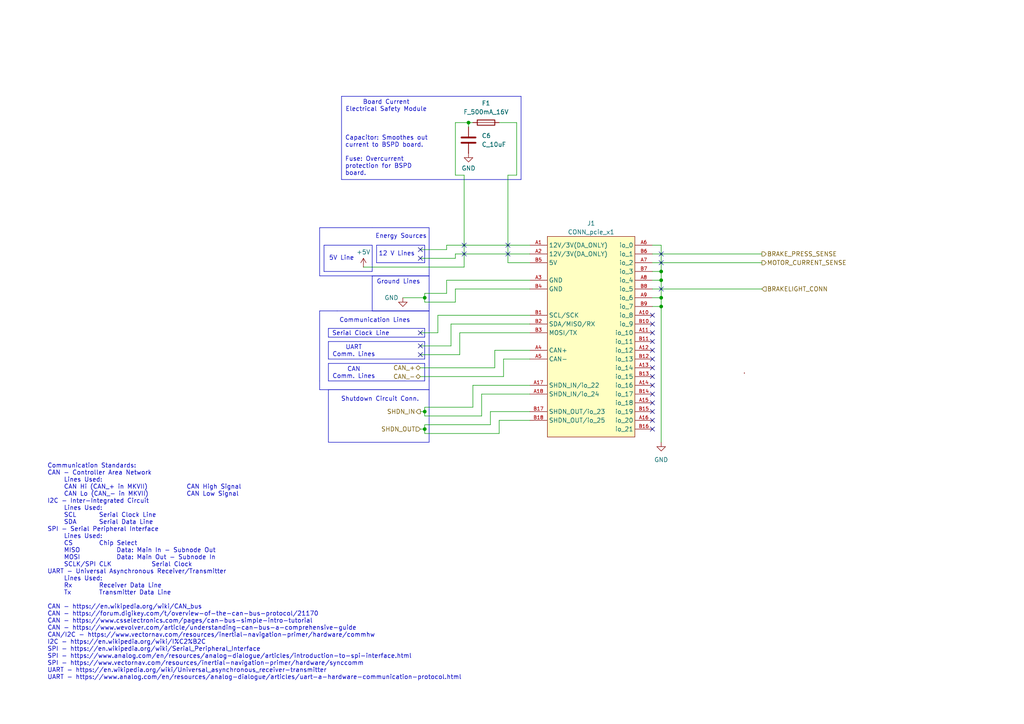
<source format=kicad_sch>
(kicad_sch (version 20231120) (generator "eeschema") (generator_version "8.0")
  (paper "A4")
  (title_block (title "PCIe x1 Connector") (date "2024-10-23") (rev "1") (company "Olin Electric Motorsports") (comment 1 "By Henry Tejada Deras"))
  (lib_symbols
    (symbol "OEM:CONN_pcie_x1"
      (property "Reference" "J" (at 0 30.48 0))
      (property "Value" "CONN_pcie_x1" (at 0 27.94 0))
      (symbol "CONN_pcie_x1_0_1"
        (circle (center 44.45 -12.954) (radius 0.0001))
      )
      (symbol "CONN_pcie_x1_1_1"
        (rectangle (start -12.7 26.67) (end 12.7 -31.496) (fill (type background)))
        (pin bidirectional line (at -17.78 24.13 0) (length 5) (name "12V/3V(DA_ONLY)") (number "A1"))
        (pin bidirectional line (at 17.78 3.81 180) (length 5) (name "io_8") (number "A10"))
        (pin bidirectional line (at 17.78 -1.27 180) (length 5) (name "io_10") (number "A11"))
        (pin bidirectional line (at 17.78 -6.35 180) (length 5) (name "io_12") (number "A12"))
        (pin bidirectional line (at 17.78 -11.43 180) (length 5) (name "io_14") (number "A13"))
        (pin bidirectional line (at 17.78 -16.51 180) (length 5) (name "io_16") (number "A14"))
        (pin bidirectional line (at 17.78 -21.59 180) (length 5) (name "io_18") (number "A15"))
        (pin bidirectional line (at 17.78 -26.67 180) (length 5) (name "io_20") (number "A16"))
        (pin bidirectional line (at -17.78 -16.51 0) (length 5) (name "SHDN_IN/io_22") (number "A17"))
        (pin bidirectional line (at -17.78 -19.05 0) (length 5) (name "SHDN_IN/io_24") (number "A18"))
        (pin bidirectional line (at -17.78 21.59 0) (length 5) (name "12V/3V(DA_ONLY)") (number "A2"))
        (pin bidirectional line (at -17.78 13.97 0) (length 5) (name "GND") (number "A3"))
        (pin bidirectional line (at -17.78 -6.35 0) (length 5) (name "CAN+") (number "A4"))
        (pin bidirectional line (at -17.78 -8.89 0) (length 5) (name "CAN-") (number "A5"))
        (pin bidirectional line (at 17.78 24.13 180) (length 5) (name "io_0") (number "A6"))
        (pin bidirectional line (at 17.78 19.05 180) (length 5) (name "io_2") (number "A7"))
        (pin bidirectional line (at 17.78 13.97 180) (length 5) (name "io_4") (number "A8"))
        (pin bidirectional line (at 17.78 8.89 180) (length 5) (name "io_6") (number "A9"))
        (pin bidirectional line (at -17.78 3.81 0) (length 5) (name "SCL/SCK") (number "B1"))
        (pin bidirectional line (at 17.78 1.27 180) (length 5) (name "io_9") (number "B10"))
        (pin bidirectional line (at 17.78 -3.81 180) (length 5) (name "io_11") (number "B11"))
        (pin bidirectional line (at 17.78 -8.89 180) (length 5) (name "io_13") (number "B12"))
        (pin bidirectional line (at 17.78 -13.97 180) (length 5) (name "io_15") (number "B13"))
        (pin bidirectional line (at 17.78 -19.05 180) (length 5) (name "io_17") (number "B14"))
        (pin bidirectional line (at 17.78 -24.13 180) (length 5) (name "io_19") (number "B15"))
        (pin bidirectional line (at 17.78 -29.21 180) (length 5) (name "io_21") (number "B16"))
        (pin bidirectional line (at -17.78 -24.13 0) (length 5) (name "SHDN_OUT/io_23") (number "B17"))
        (pin bidirectional line (at -17.78 -26.67 0) (length 5) (name "SHDN_OUT/io_25") (number "B18"))
        (pin bidirectional line (at -17.78 1.27 0) (length 5) (name "SDA/MISO/RX") (number "B2"))
        (pin bidirectional line (at -17.78 -1.27 0) (length 5) (name "MOSI/TX") (number "B3"))
        (pin bidirectional line (at -17.78 11.43 0) (length 5) (name "GND") (number "B4"))
        (pin bidirectional line (at -17.78 19.05 0) (length 5) (name "5V") (number "B5"))
        (pin bidirectional line (at 17.78 21.59 180) (length 5) (name "io_1") (number "B6"))
        (pin bidirectional line (at 17.78 16.51 180) (length 5) (name "io_3") (number "B7"))
        (pin bidirectional line (at 17.78 11.43 180) (length 5) (name "io_5") (number "B8"))
        (pin bidirectional line (at 17.78 6.35 180) (length 5) (name "io_7") (number "B9"))
      )
    )
    (symbol "OEM:C_10uF" (pin_numbers hide) (pin_names (offset 0.254))
      (property "Reference" "C" (at 0.635 2.54 0))
      (property "Value" "C_10uF" (at 0.635 -2.54 0))
      (symbol "C_10uF_0_1"
        (polyline (pts (xy -2.032 -0.762) (xy 2.032 -0.762)) (stroke (width 0.508)))
        (polyline (pts (xy -2.032 0.762) (xy 2.032 0.762)) (stroke (width 0.508)))
      )
      (symbol "C_10uF_1_1"
        (pin passive line (at 0 3.81 270) (length 2.794) (name "~") (number "1"))
        (pin passive line (at 0 -3.81 90) (length 2.794) (name "~") (number "2"))
      )
    )
    (symbol "OEM:F_500mA_16V" (pin_numbers hide) (pin_names (offset 0))
      (property "Reference" "F" (at 2.032 0 90))
      (property "Value" "F_500mA_16V" (at -1.905 0 90))
      (symbol "F_500mA_16V_0_1"
        (rectangle (start -0.762 -2.54) (end 0.762 2.54) (stroke (width 0.254)))
        (polyline (pts (xy 0 2.54) (xy 0 -2.54)))
      )
      (symbol "F_500mA_16V_1_1"
        (pin passive line (at 0 3.81 270) (length 1.27) (name "~") (number "1"))
        (pin passive line (at 0 -3.81 90) (length 1.27) (name "~") (number "2"))
      )
    )
    (symbol "power:+5V" (power) (pin_numbers hide) (pin_names (offset 0) hide)
      (property "Value" "+5V" (at 0 3.556 0))
      (symbol "+5V_0_1"
        (polyline (pts (xy -0.762 1.27) (xy 0 2.54)))
        (polyline (pts (xy 0 0) (xy 0 2.54)))
        (polyline (pts (xy 0 2.54) (xy 0.762 1.27)))
      )
      (symbol "+5V_1_1"
        (pin power_in line (at 0 0 90) (length 0) (name "~") (number "1"))
      )
    )
    (symbol "power:GND" (power) (pin_numbers hide) (pin_names (offset 0) hide)
      (property "Value" "GND" (at 0 -3.81 0))
      (symbol "GND_0_1"
        (polyline (pts (xy 0 0) (xy 0 -1.27) (xy 1.27 -1.27) (xy 0 -2.54) (xy -1.27 -1.27) (xy 0 -1.27)))
      )
      (symbol "GND_1_1"
        (pin power_in line (at 0 0 270) (length 0) (name "~") (number "1"))
      )
    )
  )
  (junction (at 191.77 88.9))
  (junction (at 123.19 124.46))
  (junction (at 191.77 78.74))
  (junction (at 135.89 35.56))
  (junction (at 191.77 81.28))
  (junction (at 191.77 86.36))
  (junction (at 123.19 86.36))
  (junction (at 123.19 119.38))
  (no_connect (at 189.23 111.76))
  (no_connect (at 189.23 124.46))
  (no_connect (at 121.92 72.39))
  (no_connect (at 189.23 121.92))
  (no_connect (at 189.23 119.38))
  (no_connect (at 134.62 71.12))
  (no_connect (at 189.23 93.98))
  (no_connect (at 121.92 102.87))
  (no_connect (at 191.77 73.66))
  (no_connect (at 189.23 116.84))
  (no_connect (at 189.23 106.68))
  (no_connect (at 189.23 99.06))
  (no_connect (at 189.23 101.6))
  (no_connect (at 147.32 73.66))
  (no_connect (at 134.62 73.66))
  (no_connect (at 121.92 74.93))
  (no_connect (at 121.92 100.33))
  (no_connect (at 189.23 109.22))
  (no_connect (at 189.23 104.14))
  (no_connect (at 191.77 83.82))
  (no_connect (at 191.77 76.2))
  (no_connect (at 189.23 91.44))
  (no_connect (at 147.32 71.12))
  (no_connect (at 121.92 96.52))
  (no_connect (at 189.23 96.52))
  (no_connect (at 189.23 114.3))
  (wire (pts (xy 129.54 81.28) (xy 129.54 85.09)))
  (polyline (pts (xy 124.46 90.17) (xy 97.79 90.17)))
  (wire (pts (xy 149.86 35.56) (xy 149.86 50.8)))
  (polyline (pts (xy 124.46 66.04) (xy 107.95 66.04)))
  (wire (pts (xy 191.77 86.36) (xy 191.77 88.9)))
  (wire (pts (xy 153.67 93.98) (xy 130.81 93.98)))
  (polyline (pts (xy 109.22 76.2) (xy 123.19 76.2)))
  (wire (pts (xy 123.19 123.19) (xy 123.19 124.46)))
  (wire (pts (xy 137.16 111.76) (xy 153.67 111.76)))
  (wire (pts (xy 116.84 86.36) (xy 123.19 86.36)))
  (polyline (pts (xy 95.25 104.14) (xy 123.19 104.14)))
  (wire (pts (xy 123.19 86.36) (xy 123.19 87.63)))
  (polyline (pts (xy 123.19 95.25) (xy 95.25 95.25)))
  (wire (pts (xy 139.7 114.3) (xy 153.67 114.3)))
  (wire (pts (xy 189.23 73.66) (xy 220.98 73.66)))
  (wire (pts (xy 121.92 102.87) (xy 133.35 102.87)))
  (wire (pts (xy 129.54 71.12) (xy 129.54 72.39)))
  (wire (pts (xy 139.7 120.65) (xy 139.7 114.3)))
  (wire (pts (xy 132.08 74.93) (xy 132.08 73.66)))
  (wire (pts (xy 189.23 88.9) (xy 191.77 88.9)))
  (polyline (pts (xy 123.19 99.06) (xy 95.25 99.06)))
  (wire (pts (xy 147.32 50.8) (xy 147.32 76.2)))
  (polyline (pts (xy 123.19 104.14) (xy 123.19 99.06)))
  (polyline (pts (xy 151.13 52.07) (xy 151.13 27.94)))
  (wire (pts (xy 123.19 119.38) (xy 121.92 119.38)))
  (polyline (pts (xy 124.46 80.01) (xy 107.95 80.01)))
  (wire (pts (xy 143.51 106.68) (xy 143.51 101.6)))
  (polyline (pts (xy 92.71 66.04) (xy 107.95 66.04)))
  (polyline (pts (xy 95.25 113.03) (xy 95.25 128.27)))
  (wire (pts (xy 189.23 83.82) (xy 220.98 83.82)))
  (wire (pts (xy 132.08 50.8) (xy 134.62 50.8)))
  (wire (pts (xy 121.92 100.33) (xy 130.81 100.33)))
  (polyline (pts (xy 123.19 97.79) (xy 123.19 95.25)))
  (wire (pts (xy 189.23 78.74) (xy 191.77 78.74)))
  (wire (pts (xy 121.92 72.39) (xy 129.54 72.39)))
  (wire (pts (xy 144.78 121.92) (xy 153.67 121.92)))
  (polyline (pts (xy 107.95 71.12) (xy 107.95 78.74)))
  (polyline (pts (xy 124.46 80.01) (xy 107.95 80.01)))
  (wire (pts (xy 130.81 93.98) (xy 130.81 100.33)))
  (polyline (pts (xy 95.25 99.06) (xy 95.25 104.14)))
  (wire (pts (xy 123.19 125.73) (xy 123.19 124.46)))
  (wire (pts (xy 123.19 118.11) (xy 123.19 119.38)))
  (polyline (pts (xy 123.19 76.2) (xy 123.19 71.12)))
  (polyline (pts (xy 107.95 71.12) (xy 93.98 71.12)))
  (wire (pts (xy 153.67 76.2) (xy 147.32 76.2)))
  (wire (pts (xy 132.08 35.56) (xy 135.89 35.56)))
  (wire (pts (xy 133.35 102.87) (xy 133.35 96.52)))
  (wire (pts (xy 191.77 88.9) (xy 191.77 128.27)))
  (wire (pts (xy 144.78 125.73) (xy 144.78 121.92)))
  (wire (pts (xy 123.19 120.65) (xy 139.7 120.65)))
  (wire (pts (xy 123.19 125.73) (xy 144.78 125.73)))
  (wire (pts (xy 121.92 74.93) (xy 132.08 74.93)))
  (wire (pts (xy 189.23 86.36) (xy 191.77 86.36)))
  (polyline (pts (xy 124.46 113.03) (xy 95.25 113.03)))
  (wire (pts (xy 135.89 35.56) (xy 137.16 35.56)))
  (polyline (pts (xy 109.22 71.12) (xy 109.22 76.2)))
  (wire (pts (xy 127 91.44) (xy 153.67 91.44)))
  (polyline (pts (xy 107.95 80.01) (xy 92.71 80.01)))
  (wire (pts (xy 132.08 73.66) (xy 153.67 73.66)))
  (wire (pts (xy 132.08 35.56) (xy 132.08 50.8)))
  (wire (pts (xy 191.77 71.12) (xy 191.77 78.74)))
  (wire (pts (xy 105.41 77.47) (xy 134.62 77.47)))
  (wire (pts (xy 132.08 83.82) (xy 153.67 83.82)))
  (polyline (pts (xy 99.06 52.07) (xy 151.13 52.07)))
  (polyline (pts (xy 95.25 105.41) (xy 95.25 110.49)))
  (polyline (pts (xy 107.95 80.01) (xy 107.95 90.17)))
  (wire (pts (xy 123.19 124.46) (xy 121.92 124.46)))
  (polyline (pts (xy 93.98 78.74) (xy 107.95 78.74)))
  (wire (pts (xy 121.92 109.22) (xy 146.05 109.22)))
  (polyline (pts (xy 123.19 110.49) (xy 123.19 105.41)))
  (wire (pts (xy 153.67 81.28) (xy 129.54 81.28)))
  (polyline (pts (xy 109.22 71.12) (xy 123.19 71.12)))
  (wire (pts (xy 123.19 118.11) (xy 137.16 118.11)))
  (wire (pts (xy 191.77 78.74) (xy 191.77 81.28)))
  (wire (pts (xy 121.92 96.52) (xy 127 96.52)))
  (wire (pts (xy 137.16 118.11) (xy 137.16 111.76)))
  (polyline (pts (xy 95.25 95.25) (xy 95.25 97.79)))
  (polyline (pts (xy 92.71 110.49) (xy 92.71 90.17)))
  (wire (pts (xy 123.19 87.63) (xy 132.08 87.63)))
  (polyline (pts (xy 124.46 90.17) (xy 124.46 110.49)))
  (wire (pts (xy 134.62 50.8) (xy 134.62 77.47)))
  (wire (pts (xy 127 96.52) (xy 127 91.44)))
  (wire (pts (xy 123.19 123.19) (xy 142.24 123.19)))
  (wire (pts (xy 146.05 109.22) (xy 146.05 104.14)))
  (wire (pts (xy 143.51 101.6) (xy 153.67 101.6)))
  (polyline (pts (xy 124.46 90.17) (xy 124.46 80.01)))
  (polyline (pts (xy 99.06 27.94) (xy 99.06 52.07)))
  (polyline (pts (xy 124.46 110.49) (xy 124.46 113.03)))
  (polyline (pts (xy 92.71 90.17) (xy 97.79 90.17)))
  (polyline (pts (xy 124.46 66.04) (xy 124.46 80.01)))
  (polyline (pts (xy 93.98 71.12) (xy 93.98 78.74)))
  (wire (pts (xy 144.78 35.56) (xy 149.86 35.56)))
  (polyline (pts (xy 99.06 27.94) (xy 151.13 27.94)))
  (polyline (pts (xy 124.46 90.17) (xy 107.95 90.17)))
  (wire (pts (xy 142.24 123.19) (xy 142.24 119.38)))
  (wire (pts (xy 135.89 35.56) (xy 135.89 36.83)))
  (polyline (pts (xy 92.71 113.03) (xy 92.71 110.49)))
  (polyline (pts (xy 95.25 97.79) (xy 123.19 97.79)))
  (wire (pts (xy 189.23 76.2) (xy 220.98 76.2)))
  (polyline (pts (xy 95.25 128.27) (xy 124.46 128.27)))
  (wire (pts (xy 142.24 119.38) (xy 153.67 119.38)))
  (wire (pts (xy 189.23 81.28) (xy 191.77 81.28)))
  (polyline (pts (xy 95.25 110.49) (xy 123.19 110.49)))
  (wire (pts (xy 129.54 85.09) (xy 123.19 85.09)))
  (polyline (pts (xy 92.71 80.01) (xy 92.71 66.04)))
  (polyline (pts (xy 124.46 128.27) (xy 124.46 113.03)))
  (wire (pts (xy 123.19 120.65) (xy 123.19 119.38)))
  (wire (pts (xy 123.19 86.36) (xy 123.19 85.09)))
  (wire (pts (xy 121.92 106.68) (xy 143.51 106.68)))
  (wire (pts (xy 189.23 71.12) (xy 191.77 71.12)))
  (wire (pts (xy 133.35 96.52) (xy 153.67 96.52)))
  (wire (pts (xy 146.05 104.14) (xy 153.67 104.14)))
  (polyline (pts (xy 124.46 113.03) (xy 92.71 113.03)))
  (polyline (pts (xy 123.19 105.41) (xy 95.25 105.41)))
  (wire (pts (xy 191.77 81.28) (xy 191.77 86.36)))
  (wire (pts (xy 129.54 71.12) (xy 153.67 71.12)))
  (wire (pts (xy 149.86 50.8) (xy 147.32 50.8)))
  (wire (pts (xy 132.08 87.63) (xy 132.08 83.82)))
  (text "Capacitor: Smoothes out \ncurrent to BSPD board.\n\nFuse: Overcurrent\nprotection for BSPD\nboard." (at 100.076 51.054 0) (effects (font (size 1.27 1.27)) (justify left bottom)))
  (text "CAN\nComm. Lines" (at 102.616 108.204 0) (effects (font (size 1.27 1.27))))
  (text "5V Line" (at 99.06 74.93 0) (effects (font (size 1.27 1.27))))
  (text "Board Current\nElectrical Safety Module" (at 112.014 30.734 0) (effects (font (size 1.27 1.27))))
  (text "Ground Lines" (at 115.57 81.788 0) (effects (font (size 1.27 1.27))))
  (text "Shutdown Circuit Conn." (at 110.236 115.824 0) (effects (font (size 1.27 1.27))))
  (text "Communication Lines" (at 108.712 92.964 0) (effects (font (size 1.27 1.27))))
  (text "Serial Clock Line" (at 104.648 96.774 0) (effects (font (size 1.27 1.27))))
  (text "Energy Sources" (at 116.332 68.58 0) (effects (font (size 1.27 1.27))))
  (text "UART\nComm. Lines" (at 102.616 101.854 0) (effects (font (size 1.27 1.27))))
  (text "Communication Standards:\nCAN - Controller Area Network\n	Lines Used:\n	CAN Hi (CAN_+ in MKVII)		CAN High Signal\n	CAN Lo (CAN_- in MKVII)		CAN Low Signal\nI2C - Inter-Integrated Circuit\n	Lines Used:\n	SCL		Serial Clock Line	\n	SDA		Serial Data Line\nSPI - Serial Peripheral Interface\n	Lines Used:\n	CS		Chip Select\n	MISO		Data: Main In - Subnode Out\n	MOSI		Data: Main Out - Subnode In\n	SCLK/SPI CLK		Serial Clock\nUART - Universal Asynchronous Receiver/Transmitter\n	Lines Used:\n	Rx		Receiver Data Line\n	Tx		Transmitter Data Line\n\nCAN - https://en.wikipedia.org/wiki/CAN_bus\nCAN - https://forum.digikey.com/t/overview-of-the-can-bus-protocol/21170\nCAN - https://www.csselectronics.com/pages/can-bus-simple-intro-tutorial\nCAN - https://www.wevolver.com/article/understanding-can-bus-a-comprehensive-guide\nCAN/I2C - https://www.vectornav.com/resources/inertial-navigation-primer/hardware/commhw\nI2C - https://en.wikipedia.org/wiki/I%C2%B2C\nSPI - https://en.wikipedia.org/wiki/Serial_Peripheral_Interface\nSPI - https://www.analog.com/en/resources/analog-dialogue/articles/introduction-to-spi-interface.html\nSPI - https://www.vectornav.com/resources/inertial-navigation-primer/hardware/synccomm\nUART - https://en.wikipedia.org/wiki/Universal_asynchronous_receiver-transmitter\nUART - https://www.analog.com/en/resources/analog-dialogue/articles/uart-a-hardware-communication-protocol.html" (at 13.716 165.862 0) (effects (font (size 1.27 1.27) (thickness 0.1588)) (justify left)))
  (text "12 V Lines" (at 115.062 73.66 0) (effects (font (size 1.27 1.27))))
  (hierarchical_label "BRAKELIGHT_CONN" (shape input) (at 220.98 83.82 0))
  (hierarchical_label "CAN_+" (shape bidirectional) (at 121.92 106.68 180))
  (hierarchical_label "CAN_-" (shape bidirectional) (at 121.92 109.22 180))
  (hierarchical_label "SHDN_IN" (shape output) (at 121.92 119.38 180))
  (hierarchical_label "MOTOR_CURRENT_SENSE" (shape output) (at 220.98 76.2 0))
  (hierarchical_label "BRAKE_PRESS_SENSE" (shape output) (at 220.98 73.66 0))
  (hierarchical_label "SHDN_OUT" (shape input) (at 121.92 124.46 180))
  (symbol (lib_id "power:GND") (at 116.84 86.36 0) (unit 1)
    (property "Reference" "#PWR?" (effects (hide yes)))
    (property "Value" "GND" (at 113.538 86.36 0))
    (property "Description" "Power symbol creates a global label with name \"GND\" , ground" (effects (hide yes)))
  )
  (symbol (lib_id "power:GND") (at 135.89 44.45 0) (unit 1)
    (property "Reference" "#PWR?" (effects (hide yes)))
    (property "Value" "GND" (at 135.89 49.53 0) (effects (justify bottom)))
    (property "Description" "Power symbol creates a global label with name \"GND\" , ground" (effects (hide yes)))
  )
  (symbol (lib_id "OEM:F_500mA_16V") (at 140.97 35.56 90) (unit 1)
    (property "Reference" "F1" (at 140.97 29.21 90) (effects (justify bottom)))
    (property "Value" "F_500mA_16V" (at 140.97 31.75 90) (effects (justify bottom)))
    (property "Footprint" "OEM:Fuse_1210" (effects (hide yes)))
    (property "Datasheet" "https://belfuse.com/resources/CircuitProtection/datasheets/0ZCH%20Nov2016.pdf" (effects (hide yes)))
    (property "Description" "Fuse, PTC, 500mA, 16V, 1210" (effects (hide yes)))
    (property "MPN" "0ZCH0050FF2G" (effects (hide yes)))
    (property "MFN" "Bel Fuse" (effects (hide yes)))
    (property "DKPN" "507-1786-1-ND" (effects (hide yes)))
    (property "NewDesigns" "YES" (effects (hide yes)))
    (property "Stocked" "Tape" (effects (hide yes)))
    (property "Package" "1210" (effects (hide yes)))
    (property "Style" "SMD" (effects (hide yes)))
  )
  (symbol (lib_id "power:+5V") (at 105.41 77.47 0) (unit 1)
    (property "Reference" "#PWR?" (effects (hide yes)))
    (property "Value" "+5V" (at 105.41 72.39 0) (effects (justify top)))
    (property "Description" "Power symbol creates a global label with name \"+5V\"" (effects (hide yes)))
  )
  (symbol (lib_id "power:GND") (at 191.77 128.27 0) (unit 1)
    (property "Reference" "#PWR?" (effects (hide yes)))
    (property "Value" "GND" (at 191.77 133.35 0))
    (property "Description" "Power symbol creates a global label with name \"GND\" , ground" (effects (hide yes)))
  )
  (symbol (lib_id "OEM:C_10uF") (at 135.89 40.64 0) (unit 1)
    (property "Reference" "C6" (at 139.7 39.3699 0) (effects (justify left)))
    (property "Value" "C_10uF" (at 139.7 41.9099 0) (effects (justify left)))
    (property "Footprint" "OEM:C_0603" (effects (hide yes)))
    (property "Datasheet" "${OEM_DIR}/parts/datasheets" (effects (hide yes)))
    (property "Description" "Unpolarized capacitor 10uf 10% 10V X5R 0603" (effects (hide yes)))
    (property "MPN" "LMK107BBJ106KALT" (effects (hide yes)))
    (property "MFN" "Taiyo Yuden" (effects (hide yes)))
    (property "DKPN" "587-6017-6-ND" (effects (hide yes)))
    (property "NewDesigns" "YES" (effects (hide yes)))
    (property "Stocked" "Digi-Reel" (effects (hide yes)))
    (property "Package" "0603" (effects (hide yes)))
    (property "Style" "SMD" (effects (hide yes)))
  )
  (symbol (lib_id "OEM:CONN_pcie_x1") (at 171.45 95.25 0) (unit 1)
    (property "Reference" "J1" (at 171.45 64.77 0))
    (property "Value" "CONN_pcie_x1" (at 171.45 67.31 0))
    (property "Footprint" "OEM:pcie_x1" (effects (hide yes)))
    (property "Datasheet" "https://www.te.com/commerce/DocumentDelivery/DDEController?Action=showdoc&DocId=Data+Sheet%7F4-1773442-7%7F0308%7Fpdf%7FEnglish%7FENG_DS_4-1773442-7_0308.pdf%7F2-1761465-1" (effects (hide yes)))
    (property "Description" "Interface used to connect daugterboards to Mk.VII's motherboards" (effects (hide yes)))
  )
)
</source>
